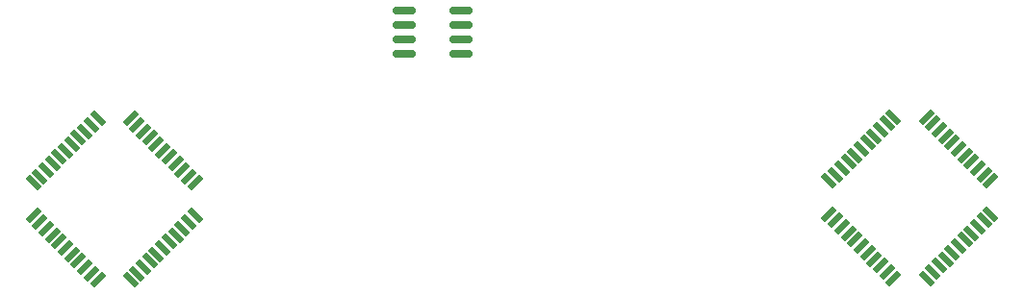
<source format=gbr>
%TF.GenerationSoftware,KiCad,Pcbnew,8.0.4+1*%
%TF.CreationDate,2024-10-13T09:49:30+00:00*%
%TF.ProjectId,nixie,6e697869-652e-46b6-9963-61645f706362,v1.0*%
%TF.SameCoordinates,Original*%
%TF.FileFunction,Paste,Top*%
%TF.FilePolarity,Positive*%
%FSLAX46Y46*%
G04 Gerber Fmt 4.6, Leading zero omitted, Abs format (unit mm)*
G04 Created by KiCad (PCBNEW 8.0.4+1) date 2024-10-13 09:49:30*
%MOMM*%
%LPD*%
G01*
G04 APERTURE LIST*
G04 Aperture macros list*
%AMRoundRect*
0 Rectangle with rounded corners*
0 $1 Rounding radius*
0 $2 $3 $4 $5 $6 $7 $8 $9 X,Y pos of 4 corners*
0 Add a 4 corners polygon primitive as box body*
4,1,4,$2,$3,$4,$5,$6,$7,$8,$9,$2,$3,0*
0 Add four circle primitives for the rounded corners*
1,1,$1+$1,$2,$3*
1,1,$1+$1,$4,$5*
1,1,$1+$1,$6,$7*
1,1,$1+$1,$8,$9*
0 Add four rect primitives between the rounded corners*
20,1,$1+$1,$2,$3,$4,$5,0*
20,1,$1+$1,$4,$5,$6,$7,0*
20,1,$1+$1,$6,$7,$8,$9,0*
20,1,$1+$1,$8,$9,$2,$3,0*%
%AMRotRect*
0 Rectangle, with rotation*
0 The origin of the aperture is its center*
0 $1 length*
0 $2 width*
0 $3 Rotation angle, in degrees counterclockwise*
0 Add horizontal line*
21,1,$1,$2,0,0,$3*%
G04 Aperture macros list end*
%ADD10RotRect,1.500000X0.520000X225.000000*%
%ADD11RotRect,0.520000X1.500000X225.000000*%
%ADD12RoundRect,0.150000X-0.825000X-0.150000X0.825000X-0.150000X0.825000X0.150000X-0.825000X0.150000X0*%
G04 APERTURE END LIST*
D10*
%TO.C,U3*%
X139106423Y-88697056D03*
X138540738Y-88131371D03*
X137975052Y-87565685D03*
X137409367Y-87000000D03*
X136843681Y-86434314D03*
X136277996Y-85868629D03*
X135712311Y-85302944D03*
X135146625Y-84737258D03*
X134580940Y-84171573D03*
X134015254Y-83605887D03*
X133449569Y-83040202D03*
D11*
X130550431Y-83040202D03*
X129984746Y-83605887D03*
X129419060Y-84171573D03*
X128853375Y-84737258D03*
X128287689Y-85302944D03*
X127722004Y-85868629D03*
X127156319Y-86434314D03*
X126590633Y-87000000D03*
X126024948Y-87565685D03*
X125459262Y-88131371D03*
X124893577Y-88697056D03*
D10*
X124893577Y-91596194D03*
X125459262Y-92161879D03*
X126024948Y-92727565D03*
X126590633Y-93293250D03*
X127156319Y-93858936D03*
X127722004Y-94424621D03*
X128287689Y-94990306D03*
X128853375Y-95555992D03*
X129419060Y-96121677D03*
X129984746Y-96687363D03*
X130550431Y-97253048D03*
D11*
X133449569Y-97253048D03*
X134015254Y-96687363D03*
X134580940Y-96121677D03*
X135146625Y-95555992D03*
X135712311Y-94990306D03*
X136277996Y-94424621D03*
X136843681Y-93858936D03*
X137409367Y-93293250D03*
X137975052Y-92727565D03*
X138540738Y-92161879D03*
X139106423Y-91596194D03*
%TD*%
D12*
%TO.C,U7*%
X157525000Y-73495000D03*
X157525000Y-74765000D03*
X157525000Y-76035000D03*
X157525000Y-77305000D03*
X162475000Y-77305000D03*
X162475000Y-76035000D03*
X162475000Y-74765000D03*
X162475000Y-73495000D03*
%TD*%
D10*
%TO.C,U5*%
X209106423Y-88550431D03*
X208540738Y-87984746D03*
X207975052Y-87419060D03*
X207409367Y-86853375D03*
X206843681Y-86287689D03*
X206277996Y-85722004D03*
X205712311Y-85156319D03*
X205146625Y-84590633D03*
X204580940Y-84024948D03*
X204015254Y-83459262D03*
X203449569Y-82893577D03*
D11*
X200550431Y-82893577D03*
X199984746Y-83459262D03*
X199419060Y-84024948D03*
X198853375Y-84590633D03*
X198287689Y-85156319D03*
X197722004Y-85722004D03*
X197156319Y-86287689D03*
X196590633Y-86853375D03*
X196024948Y-87419060D03*
X195459262Y-87984746D03*
X194893577Y-88550431D03*
D10*
X194893577Y-91449569D03*
X195459262Y-92015254D03*
X196024948Y-92580940D03*
X196590633Y-93146625D03*
X197156319Y-93712311D03*
X197722004Y-94277996D03*
X198287689Y-94843681D03*
X198853375Y-95409367D03*
X199419060Y-95975052D03*
X199984746Y-96540738D03*
X200550431Y-97106423D03*
D11*
X203449569Y-97106423D03*
X204015254Y-96540738D03*
X204580940Y-95975052D03*
X205146625Y-95409367D03*
X205712311Y-94843681D03*
X206277996Y-94277996D03*
X206843681Y-93712311D03*
X207409367Y-93146625D03*
X207975052Y-92580940D03*
X208540738Y-92015254D03*
X209106423Y-91449569D03*
%TD*%
M02*

</source>
